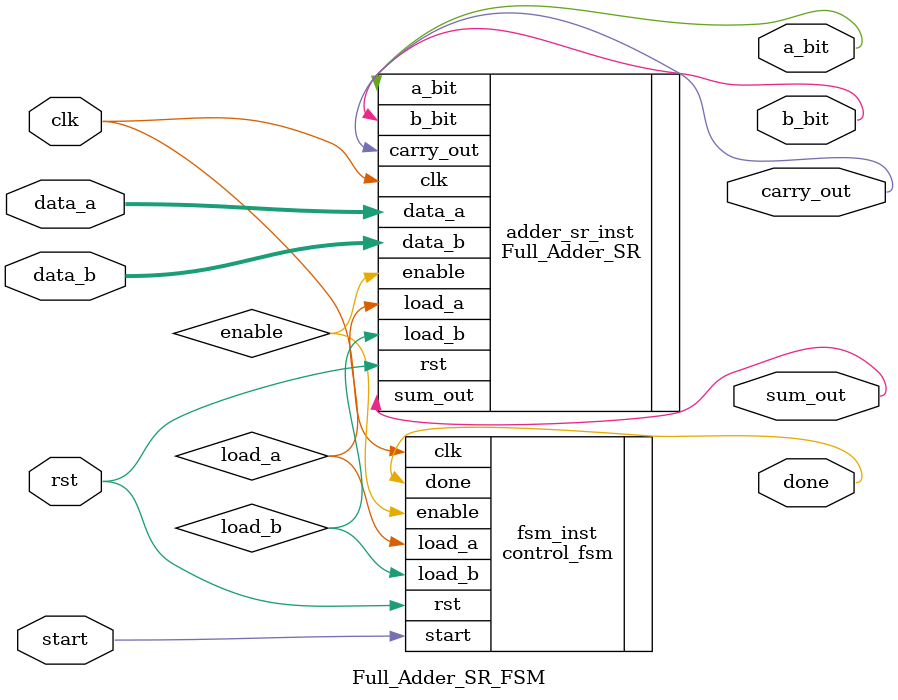
<source format=v>
`timescale 1ns / 1ps

module Full_Adder_SR_FSM (
    input  wire clk,
    input  wire rst,
    input  wire start,          // FSM başlat sinyali
    input  wire [7:0] data_a,  // Paralel veri A
    input  wire [7:0] data_b,  // Paralel veri B
    output wire sum_out,        // Seri toplam çıkışı
    output wire carry_out,      // Son carry çıkışı
    output wire done,           // Seri toplama tamamlandığında
    output wire a_bit,          // Shift register A seri çıkışı
    output wire b_bit           // Shift register B seri çıkışı
);

    // ------------------------
    // FSM kontrol modülü
    // ------------------------
    wire load_a, load_b, enable;

    control_fsm fsm_inst (
        .clk(clk),
        .rst(rst),
        .start(start),
        .load_a(load_a),
        .load_b(load_b),
        .enable(enable),
        .done(done)
    );

    // ------------------------
    // Full Adder Serial modülü
    // ------------------------
    Full_Adder_SR adder_sr_inst (
        .clk(clk),
        .rst(rst),
        .load_a(load_a),
        .load_b(load_b),
        .enable(enable),
        .data_a(data_a),
        .data_b(data_b),
        .sum_out(sum_out),
        .carry_out(carry_out),
        .a_bit(a_bit),
        .b_bit(b_bit)
    );

endmodule

</source>
